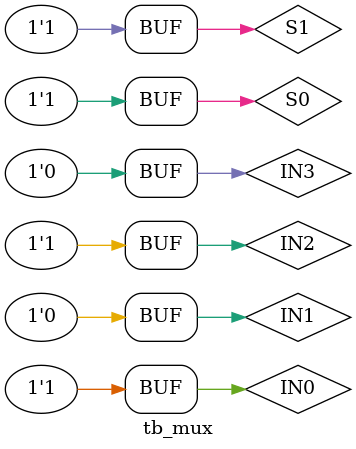
<source format=v>
`timescale 10ns/1ps

module tb_mux;

reg IN0, IN1, IN2, IN3;
reg S0, S1;
wire OUTPUT;

mux4_to_1 mymux( OUTPUT, IN0, IN1, IN2, IN3, S1, S0);

initial
begin
	IN0 = 1'b1; IN1 = 1'b0; IN2 = 1'b1; IN3 = 1'b0;
	S1 = 1'b0; S0 = 1'b0;
	# 1
	S1 = 1'b0; S0 = 1'b1; 
	# 1
	S1 = 1'b1; S0 = 1'b0;  
	# 1
	S1 = 1'b1; S0 = 1'b1; 
end

endmodule

</source>
